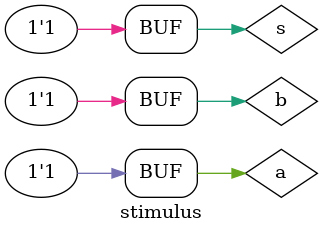
<source format=v>
module stimulus;
wire y;
reg s,a,b;

mux21_gate mux21_gate_1 (y,s,a,b);
initial
begin 

a=1'b0; b=1'b0; s=1'b0;
#10 a=1'b0;b=1'b1; s=1'b0; 
#10 a=1'b1;b=1'b0; s=1'b0; 
#10 a=1'b1;b=1'b1; s=1'b0;

#10 a=1'b0; b=1'b0; s=1'b1;
#10 a=1'b0;b=1'b1; s=1'b1; 
#10 a=1'b1;b=1'b0; s=1'b1; 
#10 a=1'b1;b=1'b1; s=1'b1;

end
endmodule

</source>
